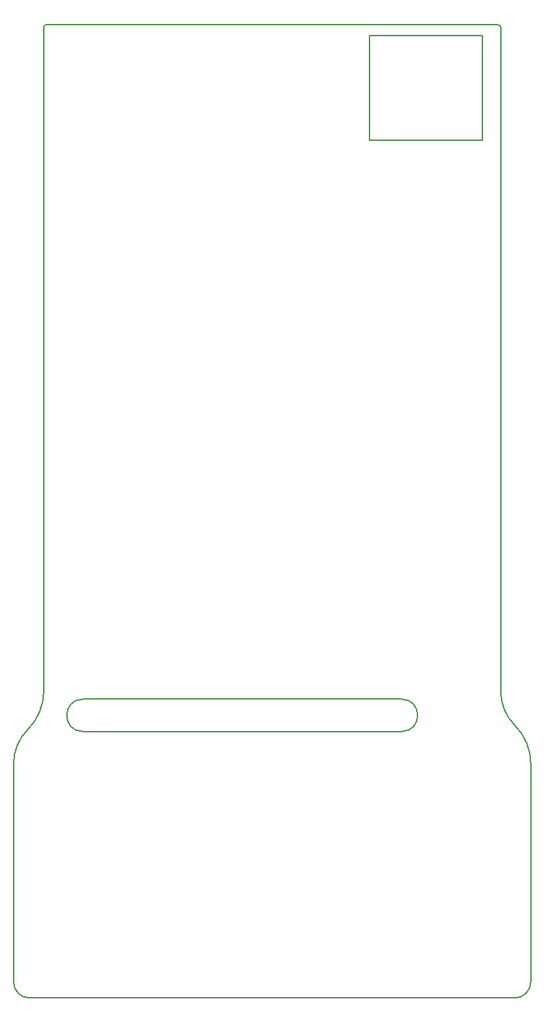
<source format=gm1>
G04 #@! TF.GenerationSoftware,KiCad,Pcbnew,5.0.2-bee76a0~70~ubuntu18.10.1*
G04 #@! TF.CreationDate,2019-03-19T21:34:18-05:00*
G04 #@! TF.ProjectId,camboard,63616d62-6f61-4726-942e-6b696361645f,rev?*
G04 #@! TF.SameCoordinates,Original*
G04 #@! TF.FileFunction,Profile,NP*
%FSLAX46Y46*%
G04 Gerber Fmt 4.6, Leading zero omitted, Abs format (unit mm)*
G04 Created by KiCad (PCBNEW 5.0.2-bee76a0~70~ubuntu18.10.1) date Tue 19 Mar 2019 09:34:18 PM CDT*
%MOMM*%
%LPD*%
G01*
G04 APERTURE LIST*
%ADD10C,0.150000*%
G04 APERTURE END LIST*
D10*
X12000000Y41200000D02*
X26000000Y41200000D01*
X12000000Y28200000D02*
X12000000Y41200000D01*
X26000000Y28200000D02*
X26000000Y41200000D01*
X12000000Y28200000D02*
X26000000Y28200000D01*
X28270000Y42210000D02*
G75*
G03X28000000Y42480000I-270000J0D01*
G01*
X-28270000Y42210000D02*
G75*
G02X-28000000Y42480000I270000J0D01*
G01*
X-30000000Y-78000000D02*
G75*
G02X-32000000Y-76000000I0J2000000D01*
G01*
X32000000Y-76000000D02*
G75*
G02X30000000Y-78000000I-2000000J0D01*
G01*
X-30242641Y-44757359D02*
G75*
G03X-32000000Y-49000000I4242641J-4242641D01*
G01*
X-30241171Y-44758829D02*
G75*
G03X-28270000Y-40000000I-4758829J4758829D01*
G01*
X30027359Y-44242641D02*
G75*
G02X28270000Y-40000000I4242641J4242641D01*
G01*
X30028829Y-44241171D02*
G75*
G02X32000000Y-49000000I-4758829J-4758829D01*
G01*
X16000000Y-41000000D02*
G75*
G02X16000000Y-45000000I0J-2000000D01*
G01*
X-23420000Y-45000000D02*
G75*
G02X-23420000Y-41000000I0J2000000D01*
G01*
X-23420000Y-45000000D02*
X16000000Y-45000000D01*
X-23420000Y-41000000D02*
X16000000Y-41000000D01*
X32000000Y-76000000D02*
X32000000Y-49000000D01*
X-32000000Y-76000000D02*
X-32000000Y-49000000D01*
X-28270000Y42210000D02*
X-28270000Y-40000000D01*
X28270000Y-40000000D02*
X28270000Y42210000D01*
X-30000000Y-78000000D02*
X30000000Y-78000000D01*
X-28000000Y42480000D02*
X28000000Y42480000D01*
M02*

</source>
